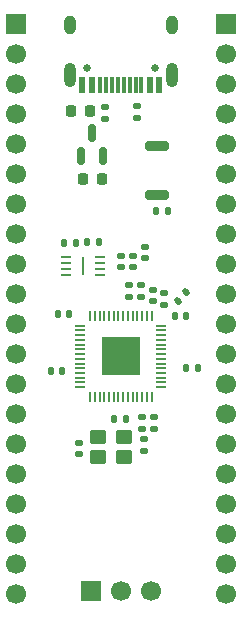
<source format=gbr>
%TF.GenerationSoftware,KiCad,Pcbnew,9.0.3-9.0.3-0~ubuntu24.04.1*%
%TF.CreationDate,2025-10-01T17:01:56-07:00*%
%TF.ProjectId,devboard,64657662-6f61-4726-942e-6b696361645f,rev?*%
%TF.SameCoordinates,Original*%
%TF.FileFunction,Soldermask,Top*%
%TF.FilePolarity,Negative*%
%FSLAX46Y46*%
G04 Gerber Fmt 4.6, Leading zero omitted, Abs format (unit mm)*
G04 Created by KiCad (PCBNEW 9.0.3-9.0.3-0~ubuntu24.04.1) date 2025-10-01 17:01:56*
%MOMM*%
%LPD*%
G01*
G04 APERTURE LIST*
G04 Aperture macros list*
%AMRoundRect*
0 Rectangle with rounded corners*
0 $1 Rounding radius*
0 $2 $3 $4 $5 $6 $7 $8 $9 X,Y pos of 4 corners*
0 Add a 4 corners polygon primitive as box body*
4,1,4,$2,$3,$4,$5,$6,$7,$8,$9,$2,$3,0*
0 Add four circle primitives for the rounded corners*
1,1,$1+$1,$2,$3*
1,1,$1+$1,$4,$5*
1,1,$1+$1,$6,$7*
1,1,$1+$1,$8,$9*
0 Add four rect primitives between the rounded corners*
20,1,$1+$1,$2,$3,$4,$5,0*
20,1,$1+$1,$4,$5,$6,$7,0*
20,1,$1+$1,$6,$7,$8,$9,0*
20,1,$1+$1,$8,$9,$2,$3,0*%
G04 Aperture macros list end*
%ADD10RoundRect,0.140000X0.170000X-0.140000X0.170000X0.140000X-0.170000X0.140000X-0.170000X-0.140000X0*%
%ADD11RoundRect,0.225000X0.225000X0.250000X-0.225000X0.250000X-0.225000X-0.250000X0.225000X-0.250000X0*%
%ADD12RoundRect,0.140000X0.140000X0.170000X-0.140000X0.170000X-0.140000X-0.170000X0.140000X-0.170000X0*%
%ADD13RoundRect,0.140000X-0.170000X0.140000X-0.170000X-0.140000X0.170000X-0.140000X0.170000X0.140000X0*%
%ADD14RoundRect,0.250000X0.450000X0.350000X-0.450000X0.350000X-0.450000X-0.350000X0.450000X-0.350000X0*%
%ADD15RoundRect,0.140000X0.021213X-0.219203X0.219203X-0.021213X-0.021213X0.219203X-0.219203X0.021213X0*%
%ADD16RoundRect,0.135000X-0.135000X-0.185000X0.135000X-0.185000X0.135000X0.185000X-0.135000X0.185000X0*%
%ADD17RoundRect,0.200000X-0.800000X0.200000X-0.800000X-0.200000X0.800000X-0.200000X0.800000X0.200000X0*%
%ADD18R,1.700000X1.700000*%
%ADD19C,1.700000*%
%ADD20RoundRect,0.135000X0.135000X0.185000X-0.135000X0.185000X-0.135000X-0.185000X0.135000X-0.185000X0*%
%ADD21RoundRect,0.135000X-0.185000X0.135000X-0.185000X-0.135000X0.185000X-0.135000X0.185000X0.135000X0*%
%ADD22RoundRect,0.050000X-0.387500X-0.050000X0.387500X-0.050000X0.387500X0.050000X-0.387500X0.050000X0*%
%ADD23RoundRect,0.050000X-0.050000X-0.387500X0.050000X-0.387500X0.050000X0.387500X-0.050000X0.387500X0*%
%ADD24R,3.200000X3.200000*%
%ADD25C,0.650000*%
%ADD26R,0.600000X1.450000*%
%ADD27R,0.300000X1.450000*%
%ADD28O,1.000000X2.100000*%
%ADD29O,1.000000X1.600000*%
%ADD30RoundRect,0.140000X-0.140000X-0.170000X0.140000X-0.170000X0.140000X0.170000X-0.140000X0.170000X0*%
%ADD31RoundRect,0.150000X0.150000X-0.587500X0.150000X0.587500X-0.150000X0.587500X-0.150000X-0.587500X0*%
%ADD32RoundRect,0.062500X-0.387500X-0.062500X0.387500X-0.062500X0.387500X0.062500X-0.387500X0.062500X0*%
%ADD33R,0.200000X1.600000*%
G04 APERTURE END LIST*
D10*
%TO.C,C6*%
X154425000Y-104030000D03*
X154425000Y-103070000D03*
%TD*%
%TO.C,C5*%
X157075000Y-107230000D03*
X157075000Y-106270000D03*
%TD*%
D11*
%TO.C,C13*%
X150740000Y-90780000D03*
X149190000Y-90780000D03*
%TD*%
D12*
%TO.C,C4*%
X149005000Y-108000000D03*
X148045000Y-108000000D03*
%TD*%
D13*
%TO.C,C2*%
X155175000Y-116750000D03*
X155175000Y-117710000D03*
%TD*%
D14*
%TO.C,Y1*%
X153625000Y-118380000D03*
X151425000Y-118380000D03*
X151425000Y-120080000D03*
X153625000Y-120080000D03*
%TD*%
D15*
%TO.C,C1*%
X158235589Y-106864411D03*
X158914411Y-106185589D03*
%TD*%
D10*
%TO.C,C7*%
X155385000Y-103290000D03*
X155385000Y-102330000D03*
%TD*%
D16*
%TO.C,R7*%
X148585000Y-101970000D03*
X149605000Y-101970000D03*
%TD*%
D13*
%TO.C,C15*%
X149875000Y-118920000D03*
X149875000Y-119880000D03*
%TD*%
D16*
%TO.C,R6*%
X156390000Y-99250000D03*
X157410000Y-99250000D03*
%TD*%
D10*
%TO.C,C11*%
X156100000Y-106900000D03*
X156100000Y-105940000D03*
%TD*%
D13*
%TO.C,C10*%
X156215000Y-116760000D03*
X156215000Y-117720000D03*
%TD*%
D17*
%TO.C,SW1*%
X156425000Y-93750000D03*
X156425000Y-97950000D03*
%TD*%
D18*
%TO.C,J4*%
X150835000Y-131490000D03*
D19*
X153375000Y-131490000D03*
X155915000Y-131490000D03*
%TD*%
D20*
%TO.C,R5*%
X153825000Y-116910000D03*
X152805000Y-116910000D03*
%TD*%
D11*
%TO.C,C14*%
X151750000Y-96550000D03*
X150200000Y-96550000D03*
%TD*%
D21*
%TO.C,R2*%
X154765000Y-90410000D03*
X154765000Y-91430000D03*
%TD*%
%TO.C,R3*%
X154050000Y-105580000D03*
X154050000Y-106600000D03*
%TD*%
D22*
%TO.C,U1*%
X149937500Y-109000000D03*
X149937500Y-109400000D03*
X149937500Y-109800000D03*
X149937500Y-110200000D03*
X149937500Y-110600000D03*
X149937500Y-111000000D03*
X149937500Y-111400000D03*
X149937500Y-111800000D03*
X149937500Y-112200000D03*
X149937500Y-112600000D03*
X149937500Y-113000000D03*
X149937500Y-113400000D03*
X149937500Y-113800000D03*
X149937500Y-114200000D03*
D23*
X150775000Y-115037500D03*
X151175000Y-115037500D03*
X151575000Y-115037500D03*
X151975000Y-115037500D03*
X152375000Y-115037500D03*
X152775000Y-115037500D03*
X153175000Y-115037500D03*
X153575000Y-115037500D03*
X153975000Y-115037500D03*
X154375000Y-115037500D03*
X154775000Y-115037500D03*
X155175000Y-115037500D03*
X155575000Y-115037500D03*
X155975000Y-115037500D03*
D22*
X156812500Y-114200000D03*
X156812500Y-113800000D03*
X156812500Y-113400000D03*
X156812500Y-113000000D03*
X156812500Y-112600000D03*
X156812500Y-112200000D03*
X156812500Y-111800000D03*
X156812500Y-111400000D03*
X156812500Y-111000000D03*
X156812500Y-110600000D03*
X156812500Y-110200000D03*
X156812500Y-109800000D03*
X156812500Y-109400000D03*
X156812500Y-109000000D03*
D23*
X155975000Y-108162500D03*
X155575000Y-108162500D03*
X155175000Y-108162500D03*
X154775000Y-108162500D03*
X154375000Y-108162500D03*
X153975000Y-108162500D03*
X153575000Y-108162500D03*
X153175000Y-108162500D03*
X152775000Y-108162500D03*
X152375000Y-108162500D03*
X151975000Y-108162500D03*
X151575000Y-108162500D03*
X151175000Y-108162500D03*
X150775000Y-108162500D03*
D24*
X153375000Y-111600000D03*
%TD*%
D25*
%TO.C,J1*%
X156265000Y-87200000D03*
X150485000Y-87200000D03*
D26*
X156625000Y-88645000D03*
X155825000Y-88645000D03*
D27*
X154625000Y-88645000D03*
X153625000Y-88645000D03*
X153125000Y-88645000D03*
X152125000Y-88645000D03*
D26*
X150925000Y-88645000D03*
X150125000Y-88645000D03*
X150125000Y-88645000D03*
X150925000Y-88645000D03*
D27*
X151625000Y-88645000D03*
X152625000Y-88645000D03*
X154125000Y-88645000D03*
X155125000Y-88645000D03*
D26*
X155825000Y-88645000D03*
X156625000Y-88645000D03*
D28*
X157695000Y-87730000D03*
D29*
X157695000Y-83550000D03*
D28*
X149055000Y-87730000D03*
D29*
X149055000Y-83550000D03*
%TD*%
D10*
%TO.C,C16*%
X155300000Y-119580000D03*
X155300000Y-118620000D03*
%TD*%
D30*
%TO.C,C9*%
X158915000Y-112580000D03*
X159875000Y-112580000D03*
%TD*%
D18*
%TO.C,J3*%
X162265000Y-83470000D03*
D19*
X162265000Y-86010000D03*
X162265000Y-88550000D03*
X162265000Y-91090000D03*
X162265000Y-93630000D03*
X162265000Y-96170000D03*
X162265000Y-98710000D03*
X162265000Y-101250000D03*
X162265000Y-103790000D03*
X162265000Y-106330000D03*
X162265000Y-108870000D03*
X162265000Y-111410000D03*
X162265000Y-113950000D03*
X162265000Y-116490000D03*
X162265000Y-119030000D03*
X162265000Y-121570000D03*
X162265000Y-124110000D03*
X162265000Y-126650000D03*
X162265000Y-129190000D03*
X162265000Y-131730000D03*
%TD*%
D21*
%TO.C,R1*%
X152025000Y-90480000D03*
X152025000Y-91500000D03*
%TD*%
D10*
%TO.C,C12*%
X153400000Y-104025000D03*
X153400000Y-103065000D03*
%TD*%
D30*
%TO.C,C8*%
X157925000Y-108175000D03*
X158885000Y-108175000D03*
%TD*%
D21*
%TO.C,R4*%
X155100000Y-105580000D03*
X155100000Y-106600000D03*
%TD*%
D12*
%TO.C,C17*%
X151505000Y-101950000D03*
X150545000Y-101950000D03*
%TD*%
D18*
%TO.C,J2*%
X144485000Y-83470000D03*
D19*
X144485000Y-86010000D03*
X144485000Y-88550000D03*
X144485000Y-91090000D03*
X144485000Y-93630000D03*
X144485000Y-96170000D03*
X144485000Y-98710000D03*
X144485000Y-101250000D03*
X144485000Y-103790000D03*
X144485000Y-106330000D03*
X144485000Y-108870000D03*
X144485000Y-111410000D03*
X144485000Y-113950000D03*
X144485000Y-116490000D03*
X144485000Y-119030000D03*
X144485000Y-121570000D03*
X144485000Y-124110000D03*
X144485000Y-126650000D03*
X144485000Y-129190000D03*
X144485000Y-131730000D03*
%TD*%
D31*
%TO.C,U2*%
X149975000Y-94587500D03*
X151875000Y-94587500D03*
X150925000Y-92712500D03*
%TD*%
D12*
%TO.C,C3*%
X148405000Y-112830000D03*
X147445000Y-112830000D03*
%TD*%
D32*
%TO.C,U4*%
X148750000Y-103175000D03*
X148750000Y-103675000D03*
X148750000Y-104175000D03*
X148750000Y-104675000D03*
X151600000Y-104675000D03*
X151600000Y-104175000D03*
X151600000Y-103675000D03*
X151600000Y-103175000D03*
D33*
X150175000Y-103925000D03*
%TD*%
M02*

</source>
